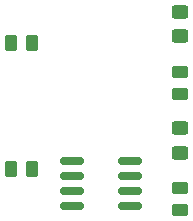
<source format=gtp>
G04 #@! TF.GenerationSoftware,KiCad,Pcbnew,9.0.2*
G04 #@! TF.CreationDate,2025-06-05T16:56:41+03:00*
G04 #@! TF.ProjectId,2-Layer-Proximity-PCB,322d4c61-7965-4722-9d50-726f78696d69,rev?*
G04 #@! TF.SameCoordinates,Original*
G04 #@! TF.FileFunction,Paste,Top*
G04 #@! TF.FilePolarity,Positive*
%FSLAX46Y46*%
G04 Gerber Fmt 4.6, Leading zero omitted, Abs format (unit mm)*
G04 Created by KiCad (PCBNEW 9.0.2) date 2025-06-05 16:56:41*
%MOMM*%
%LPD*%
G01*
G04 APERTURE LIST*
G04 Aperture macros list*
%AMRoundRect*
0 Rectangle with rounded corners*
0 $1 Rounding radius*
0 $2 $3 $4 $5 $6 $7 $8 $9 X,Y pos of 4 corners*
0 Add a 4 corners polygon primitive as box body*
4,1,4,$2,$3,$4,$5,$6,$7,$8,$9,$2,$3,0*
0 Add four circle primitives for the rounded corners*
1,1,$1+$1,$2,$3*
1,1,$1+$1,$4,$5*
1,1,$1+$1,$6,$7*
1,1,$1+$1,$8,$9*
0 Add four rect primitives between the rounded corners*
20,1,$1+$1,$2,$3,$4,$5,0*
20,1,$1+$1,$4,$5,$6,$7,0*
20,1,$1+$1,$6,$7,$8,$9,0*
20,1,$1+$1,$8,$9,$2,$3,0*%
G04 Aperture macros list end*
%ADD10RoundRect,0.250000X-0.450000X0.262500X-0.450000X-0.262500X0.450000X-0.262500X0.450000X0.262500X0*%
%ADD11RoundRect,0.250000X0.262500X0.450000X-0.262500X0.450000X-0.262500X-0.450000X0.262500X-0.450000X0*%
%ADD12RoundRect,0.150000X-0.825000X-0.150000X0.825000X-0.150000X0.825000X0.150000X-0.825000X0.150000X0*%
%ADD13RoundRect,0.250000X0.450000X-0.262500X0.450000X0.262500X-0.450000X0.262500X-0.450000X-0.262500X0*%
%ADD14RoundRect,0.250000X-0.450000X0.325000X-0.450000X-0.325000X0.450000X-0.325000X0.450000X0.325000X0*%
G04 APERTURE END LIST*
D10*
X143450000Y-76175000D03*
X143450000Y-78000000D03*
D11*
X129125000Y-84400000D03*
X130950000Y-84400000D03*
X129125000Y-73750000D03*
X130950000Y-73750000D03*
D12*
X134300000Y-83700000D03*
X134300000Y-84970000D03*
X134300000Y-86240000D03*
X134300000Y-87510000D03*
X139250000Y-87510000D03*
X139250000Y-86240000D03*
X139250000Y-84970000D03*
X139250000Y-83700000D03*
D13*
X143500000Y-87825000D03*
X143500000Y-86000000D03*
D14*
X143450000Y-71100000D03*
X143450000Y-73150000D03*
X143500000Y-80950000D03*
X143500000Y-83000000D03*
M02*

</source>
